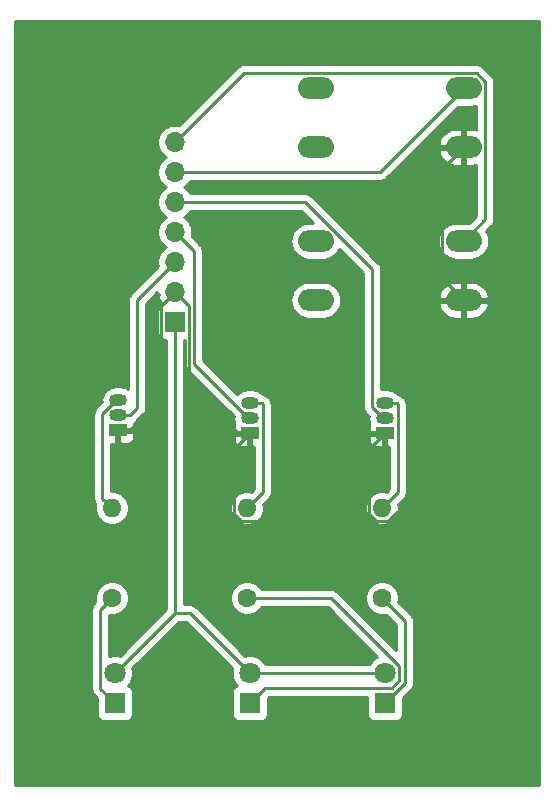
<source format=gbr>
%TF.GenerationSoftware,KiCad,Pcbnew,(5.1.10)-1*%
%TF.CreationDate,2021-10-31T23:54:57-05:00*%
%TF.ProjectId,File1,46696c65-312e-46b6-9963-61645f706362,rev?*%
%TF.SameCoordinates,Original*%
%TF.FileFunction,Copper,L1,Top*%
%TF.FilePolarity,Positive*%
%FSLAX46Y46*%
G04 Gerber Fmt 4.6, Leading zero omitted, Abs format (unit mm)*
G04 Created by KiCad (PCBNEW (5.1.10)-1) date 2021-10-31 23:54:57*
%MOMM*%
%LPD*%
G01*
G04 APERTURE LIST*
%TA.AperFunction,ComponentPad*%
%ADD10O,1.500000X1.050000*%
%TD*%
%TA.AperFunction,ComponentPad*%
%ADD11R,1.500000X1.050000*%
%TD*%
%TA.AperFunction,ComponentPad*%
%ADD12R,1.800000X1.800000*%
%TD*%
%TA.AperFunction,ComponentPad*%
%ADD13C,1.800000*%
%TD*%
%TA.AperFunction,ComponentPad*%
%ADD14O,1.700000X1.700000*%
%TD*%
%TA.AperFunction,ComponentPad*%
%ADD15R,1.700000X1.700000*%
%TD*%
%TA.AperFunction,ComponentPad*%
%ADD16C,1.600000*%
%TD*%
%TA.AperFunction,ComponentPad*%
%ADD17O,1.600000X1.600000*%
%TD*%
%TA.AperFunction,ComponentPad*%
%ADD18O,3.048000X1.850000*%
%TD*%
%TA.AperFunction,Conductor*%
%ADD19C,0.250000*%
%TD*%
%TA.AperFunction,Conductor*%
%ADD20C,0.254000*%
%TD*%
%TA.AperFunction,Conductor*%
%ADD21C,0.100000*%
%TD*%
G04 APERTURE END LIST*
D10*
%TO.P,Q1,2*%
%TO.N,/a1*%
X39878000Y-105156000D03*
%TO.P,Q1,3*%
%TO.N,Net-(Q1-Pad3)*%
X39878000Y-103886000D03*
D11*
%TO.P,Q1,1*%
%TO.N,GND*%
X39878000Y-106426000D03*
%TD*%
D12*
%TO.P,D1,1*%
%TO.N,Net-(D1-Pad1)*%
X39624000Y-129540000D03*
D13*
%TO.P,D1,2*%
%TO.N,VCC*%
X39624000Y-127000000D03*
%TD*%
%TO.P,D2,2*%
%TO.N,VCC*%
X51054000Y-127000000D03*
D12*
%TO.P,D2,1*%
%TO.N,Net-(D2-Pad1)*%
X51054000Y-129540000D03*
%TD*%
%TO.P,D3,1*%
%TO.N,Net-(D3-Pad1)*%
X62484000Y-129540000D03*
D13*
%TO.P,D3,2*%
%TO.N,VCC*%
X62484000Y-127000000D03*
%TD*%
D14*
%TO.P,J1,7*%
%TO.N,/S2*%
X44704000Y-82042000D03*
%TO.P,J1,6*%
%TO.N,/S1*%
X44704000Y-84582000D03*
%TO.P,J1,5*%
%TO.N,/a3*%
X44704000Y-87122000D03*
%TO.P,J1,4*%
%TO.N,/a2*%
X44704000Y-89662000D03*
%TO.P,J1,3*%
%TO.N,/a1*%
X44704000Y-92202000D03*
%TO.P,J1,2*%
%TO.N,GND*%
X44704000Y-94742000D03*
D15*
%TO.P,J1,1*%
%TO.N,VCC*%
X44704000Y-97282000D03*
%TD*%
D11*
%TO.P,Q2,1*%
%TO.N,GND*%
X51054000Y-106680000D03*
D10*
%TO.P,Q2,3*%
%TO.N,Net-(Q2-Pad3)*%
X51054000Y-104140000D03*
%TO.P,Q2,2*%
%TO.N,/a2*%
X51054000Y-105410000D03*
%TD*%
%TO.P,Q3,2*%
%TO.N,/a3*%
X62484000Y-105410000D03*
%TO.P,Q3,3*%
%TO.N,Net-(Q3-Pad3)*%
X62484000Y-104140000D03*
D11*
%TO.P,Q3,1*%
%TO.N,GND*%
X62484000Y-106680000D03*
%TD*%
D16*
%TO.P,R1,1*%
%TO.N,Net-(D1-Pad1)*%
X39370000Y-120650000D03*
D17*
%TO.P,R1,2*%
%TO.N,Net-(Q1-Pad3)*%
X39370000Y-113030000D03*
%TD*%
%TO.P,R2,2*%
%TO.N,Net-(Q2-Pad3)*%
X50800000Y-113030000D03*
D16*
%TO.P,R2,1*%
%TO.N,Net-(D2-Pad1)*%
X50800000Y-120650000D03*
%TD*%
%TO.P,R3,1*%
%TO.N,Net-(D3-Pad1)*%
X62230000Y-120650000D03*
D17*
%TO.P,R3,2*%
%TO.N,Net-(Q3-Pad3)*%
X62230000Y-113030000D03*
%TD*%
D18*
%TO.P,SW1,3*%
%TO.N,/S1*%
X69142000Y-77470000D03*
%TO.P,SW1,4*%
%TO.N,GND*%
X69142000Y-82470000D03*
%TO.P,SW1,1*%
%TO.N,Net-(SW1-Pad1)*%
X56642000Y-77470000D03*
%TO.P,SW1,2*%
%TO.N,Net-(SW1-Pad2)*%
X56642000Y-82470000D03*
%TD*%
%TO.P,SW2,2*%
%TO.N,Net-(SW2-Pad2)*%
X56642000Y-95424000D03*
%TO.P,SW2,1*%
%TO.N,Net-(SW2-Pad1)*%
X56642000Y-90424000D03*
%TO.P,SW2,4*%
%TO.N,GND*%
X69142000Y-95424000D03*
%TO.P,SW2,3*%
%TO.N,/S2*%
X69142000Y-90424000D03*
%TD*%
D19*
%TO.N,Net-(D1-Pad1)*%
X38398999Y-128314999D02*
X39624000Y-129540000D01*
X38398999Y-121621001D02*
X38398999Y-128314999D01*
X39370000Y-120650000D02*
X38398999Y-121621001D01*
%TO.N,VCC*%
X44704000Y-121920000D02*
X39624000Y-127000000D01*
X44704000Y-97282000D02*
X44704000Y-121920000D01*
X45974000Y-121920000D02*
X44704000Y-121920000D01*
X51054000Y-127000000D02*
X45974000Y-121920000D01*
X51054000Y-127000000D02*
X62484000Y-127000000D01*
%TO.N,Net-(D2-Pad1)*%
X57947002Y-120650000D02*
X50800000Y-120650000D01*
X63709001Y-127588001D02*
X63709001Y-126411999D01*
X52368999Y-128225001D02*
X63072001Y-128225001D01*
X63709001Y-126411999D02*
X57947002Y-120650000D01*
X63072001Y-128225001D02*
X63709001Y-127588001D01*
X51054000Y-129540000D02*
X52368999Y-128225001D01*
%TO.N,Net-(D3-Pad1)*%
X64159010Y-122579010D02*
X62230000Y-120650000D01*
X64159010Y-127864990D02*
X64159010Y-122579010D01*
X62484000Y-129540000D02*
X64159010Y-127864990D01*
%TO.N,GND*%
X43528999Y-95917001D02*
X44704000Y-94742000D01*
X43528999Y-103775001D02*
X43528999Y-95917001D01*
X40878000Y-106426000D02*
X43528999Y-103775001D01*
X39878000Y-106426000D02*
X40878000Y-106426000D01*
X50054000Y-106680000D02*
X51054000Y-106680000D01*
X45879001Y-95917001D02*
X45879001Y-102505001D01*
X45879001Y-102505001D02*
X50054000Y-106680000D01*
X44704000Y-94742000D02*
X45879001Y-95917001D01*
X50259999Y-114155001D02*
X55008999Y-114155001D01*
X49674999Y-113570001D02*
X50259999Y-114155001D01*
X49674999Y-108059001D02*
X49674999Y-113570001D01*
X55008999Y-114155001D02*
X62484000Y-106680000D01*
X51054000Y-106680000D02*
X49674999Y-108059001D01*
X67292990Y-93574990D02*
X69142000Y-95424000D01*
X67292990Y-84319010D02*
X67292990Y-93574990D01*
X69142000Y-82470000D02*
X67292990Y-84319010D01*
X61104999Y-108059001D02*
X62484000Y-106680000D01*
X61104999Y-113570001D02*
X61104999Y-108059001D01*
X61689999Y-114155001D02*
X61104999Y-113570001D01*
X69142000Y-107783002D02*
X62770001Y-114155001D01*
X62770001Y-114155001D02*
X61689999Y-114155001D01*
X69142000Y-95424000D02*
X69142000Y-107783002D01*
%TO.N,/a1*%
X41511590Y-95394410D02*
X44704000Y-92202000D01*
X41511590Y-104522410D02*
X41511590Y-95394410D01*
X40878000Y-105156000D02*
X41511590Y-104522410D01*
X39878000Y-105156000D02*
X40878000Y-105156000D01*
%TO.N,/a2*%
X46329011Y-91287011D02*
X44704000Y-89662000D01*
X46329011Y-100842106D02*
X46329011Y-91287011D01*
X50476915Y-104990010D02*
X46329011Y-100842106D01*
X50888010Y-104990010D02*
X50476915Y-104990010D01*
X51054000Y-105156000D02*
X50888010Y-104990010D01*
X51054000Y-105410000D02*
X51054000Y-105156000D01*
%TO.N,/a3*%
X61408990Y-104492085D02*
X62326905Y-105410000D01*
X62326905Y-105410000D02*
X62484000Y-105410000D01*
X61408990Y-92824209D02*
X61408990Y-104492085D01*
X55706781Y-87122000D02*
X61408990Y-92824209D01*
X44704000Y-87122000D02*
X55706781Y-87122000D01*
%TO.N,/S1*%
X62030000Y-84582000D02*
X69142000Y-77470000D01*
X44704000Y-84582000D02*
X62030000Y-84582000D01*
%TO.N,/S2*%
X70991010Y-76952229D02*
X70991010Y-88574990D01*
X70258771Y-76219990D02*
X70991010Y-76952229D01*
X70991010Y-88574990D02*
X69142000Y-90424000D01*
X50526010Y-76219990D02*
X70258771Y-76219990D01*
X44704000Y-82042000D02*
X50526010Y-76219990D01*
%TO.N,Net-(Q1-Pad3)*%
X39720905Y-103886000D02*
X39878000Y-103886000D01*
X38570001Y-112230001D02*
X38570001Y-105036904D01*
X38570001Y-105036904D02*
X39720905Y-103886000D01*
X39370000Y-113030000D02*
X38570001Y-112230001D01*
%TO.N,Net-(Q2-Pad3)*%
X52129010Y-111700990D02*
X50800000Y-113030000D01*
X52129010Y-104215010D02*
X52129010Y-111700990D01*
X52054000Y-104140000D02*
X52129010Y-104215010D01*
X51054000Y-104140000D02*
X52054000Y-104140000D01*
%TO.N,Net-(Q3-Pad3)*%
X63559001Y-111700999D02*
X62230000Y-113030000D01*
X63559001Y-104215001D02*
X63559001Y-111700999D01*
X63484000Y-104140000D02*
X63559001Y-104215001D01*
X62484000Y-104140000D02*
X63484000Y-104140000D01*
%TD*%
D20*
%TO.N,GND*%
X75540000Y-136500000D02*
X31140000Y-136500000D01*
X31140000Y-121621001D01*
X37635323Y-121621001D01*
X37638999Y-121658324D01*
X37639000Y-128277667D01*
X37635323Y-128314999D01*
X37649997Y-128463984D01*
X37693453Y-128607245D01*
X37764025Y-128739275D01*
X37804670Y-128788800D01*
X37858999Y-128855000D01*
X37887997Y-128878798D01*
X38085928Y-129076729D01*
X38085928Y-130440000D01*
X38098188Y-130564482D01*
X38134498Y-130684180D01*
X38193463Y-130794494D01*
X38272815Y-130891185D01*
X38369506Y-130970537D01*
X38479820Y-131029502D01*
X38599518Y-131065812D01*
X38724000Y-131078072D01*
X40524000Y-131078072D01*
X40648482Y-131065812D01*
X40768180Y-131029502D01*
X40878494Y-130970537D01*
X40975185Y-130891185D01*
X41054537Y-130794494D01*
X41113502Y-130684180D01*
X41149812Y-130564482D01*
X41162072Y-130440000D01*
X41162072Y-128640000D01*
X41149812Y-128515518D01*
X41113502Y-128395820D01*
X41054537Y-128285506D01*
X40975185Y-128188815D01*
X40878494Y-128109463D01*
X40768180Y-128050498D01*
X40749873Y-128044944D01*
X40816312Y-127978505D01*
X40984299Y-127727095D01*
X41100011Y-127447743D01*
X41159000Y-127151184D01*
X41159000Y-126848816D01*
X41107731Y-126591070D01*
X45018802Y-122680000D01*
X45659199Y-122680000D01*
X49570269Y-126591070D01*
X49519000Y-126848816D01*
X49519000Y-127151184D01*
X49577989Y-127447743D01*
X49693701Y-127727095D01*
X49861688Y-127978505D01*
X49928127Y-128044944D01*
X49909820Y-128050498D01*
X49799506Y-128109463D01*
X49702815Y-128188815D01*
X49623463Y-128285506D01*
X49564498Y-128395820D01*
X49528188Y-128515518D01*
X49515928Y-128640000D01*
X49515928Y-130440000D01*
X49528188Y-130564482D01*
X49564498Y-130684180D01*
X49623463Y-130794494D01*
X49702815Y-130891185D01*
X49799506Y-130970537D01*
X49909820Y-131029502D01*
X50029518Y-131065812D01*
X50154000Y-131078072D01*
X51954000Y-131078072D01*
X52078482Y-131065812D01*
X52198180Y-131029502D01*
X52308494Y-130970537D01*
X52405185Y-130891185D01*
X52484537Y-130794494D01*
X52543502Y-130684180D01*
X52579812Y-130564482D01*
X52592072Y-130440000D01*
X52592072Y-129076731D01*
X52683802Y-128985001D01*
X60945928Y-128985001D01*
X60945928Y-130440000D01*
X60958188Y-130564482D01*
X60994498Y-130684180D01*
X61053463Y-130794494D01*
X61132815Y-130891185D01*
X61229506Y-130970537D01*
X61339820Y-131029502D01*
X61459518Y-131065812D01*
X61584000Y-131078072D01*
X63384000Y-131078072D01*
X63508482Y-131065812D01*
X63628180Y-131029502D01*
X63738494Y-130970537D01*
X63835185Y-130891185D01*
X63914537Y-130794494D01*
X63973502Y-130684180D01*
X64009812Y-130564482D01*
X64022072Y-130440000D01*
X64022072Y-129076730D01*
X64670014Y-128428788D01*
X64699011Y-128404991D01*
X64793984Y-128289266D01*
X64864556Y-128157237D01*
X64908013Y-128013976D01*
X64919010Y-127902323D01*
X64919010Y-127902313D01*
X64922686Y-127864990D01*
X64919010Y-127827667D01*
X64919010Y-122616332D01*
X64922686Y-122579009D01*
X64919010Y-122541686D01*
X64919010Y-122541677D01*
X64908013Y-122430024D01*
X64864556Y-122286763D01*
X64824726Y-122212247D01*
X64793984Y-122154733D01*
X64722809Y-122068007D01*
X64699011Y-122039009D01*
X64670013Y-122015211D01*
X63628688Y-120973886D01*
X63665000Y-120791335D01*
X63665000Y-120508665D01*
X63609853Y-120231426D01*
X63501680Y-119970273D01*
X63344637Y-119735241D01*
X63144759Y-119535363D01*
X62909727Y-119378320D01*
X62648574Y-119270147D01*
X62371335Y-119215000D01*
X62088665Y-119215000D01*
X61811426Y-119270147D01*
X61550273Y-119378320D01*
X61315241Y-119535363D01*
X61115363Y-119735241D01*
X60958320Y-119970273D01*
X60850147Y-120231426D01*
X60795000Y-120508665D01*
X60795000Y-120791335D01*
X60850147Y-121068574D01*
X60958320Y-121329727D01*
X61115363Y-121564759D01*
X61315241Y-121764637D01*
X61550273Y-121921680D01*
X61811426Y-122029853D01*
X62088665Y-122085000D01*
X62371335Y-122085000D01*
X62553886Y-122048688D01*
X63399011Y-122893813D01*
X63399011Y-125027207D01*
X58510806Y-120139003D01*
X58487003Y-120109999D01*
X58371278Y-120015026D01*
X58239249Y-119944454D01*
X58095988Y-119900997D01*
X57984335Y-119890000D01*
X57984324Y-119890000D01*
X57947002Y-119886324D01*
X57909680Y-119890000D01*
X52018043Y-119890000D01*
X51914637Y-119735241D01*
X51714759Y-119535363D01*
X51479727Y-119378320D01*
X51218574Y-119270147D01*
X50941335Y-119215000D01*
X50658665Y-119215000D01*
X50381426Y-119270147D01*
X50120273Y-119378320D01*
X49885241Y-119535363D01*
X49685363Y-119735241D01*
X49528320Y-119970273D01*
X49420147Y-120231426D01*
X49365000Y-120508665D01*
X49365000Y-120791335D01*
X49420147Y-121068574D01*
X49528320Y-121329727D01*
X49685363Y-121564759D01*
X49885241Y-121764637D01*
X50120273Y-121921680D01*
X50381426Y-122029853D01*
X50658665Y-122085000D01*
X50941335Y-122085000D01*
X51218574Y-122029853D01*
X51479727Y-121921680D01*
X51714759Y-121764637D01*
X51914637Y-121564759D01*
X52018043Y-121410000D01*
X57632201Y-121410000D01*
X61831148Y-125608948D01*
X61756905Y-125639701D01*
X61505495Y-125807688D01*
X61291688Y-126021495D01*
X61145687Y-126240000D01*
X52392313Y-126240000D01*
X52246312Y-126021495D01*
X52032505Y-125807688D01*
X51781095Y-125639701D01*
X51501743Y-125523989D01*
X51205184Y-125465000D01*
X50902816Y-125465000D01*
X50645070Y-125516269D01*
X46537804Y-121409003D01*
X46514001Y-121379999D01*
X46398276Y-121285026D01*
X46266247Y-121214454D01*
X46122986Y-121170997D01*
X46011333Y-121160000D01*
X46011322Y-121160000D01*
X45974000Y-121156324D01*
X45936678Y-121160000D01*
X45464000Y-121160000D01*
X45464000Y-107205000D01*
X49665928Y-107205000D01*
X49678188Y-107329482D01*
X49714498Y-107449180D01*
X49773463Y-107559494D01*
X49852815Y-107656185D01*
X49949506Y-107735537D01*
X50059820Y-107794502D01*
X50179518Y-107830812D01*
X50304000Y-107843072D01*
X50768250Y-107840000D01*
X50927000Y-107681250D01*
X50927000Y-106807000D01*
X49827750Y-106807000D01*
X49669000Y-106965750D01*
X49665928Y-107205000D01*
X45464000Y-107205000D01*
X45464000Y-98770072D01*
X45554000Y-98770072D01*
X45569011Y-98768594D01*
X45569011Y-100804784D01*
X45565335Y-100842106D01*
X45569011Y-100879428D01*
X45569011Y-100879438D01*
X45580008Y-100991091D01*
X45623465Y-101134352D01*
X45694037Y-101266382D01*
X45733882Y-101314932D01*
X45789010Y-101382107D01*
X45818014Y-101405910D01*
X49677619Y-105265515D01*
X49663388Y-105410000D01*
X49685785Y-105637400D01*
X49749093Y-105846098D01*
X49714498Y-105910820D01*
X49678188Y-106030518D01*
X49665928Y-106155000D01*
X49669000Y-106394250D01*
X49827750Y-106553000D01*
X50600891Y-106553000D01*
X50601600Y-106553215D01*
X50772021Y-106570000D01*
X51201000Y-106570000D01*
X51201000Y-106807000D01*
X51181000Y-106807000D01*
X51181000Y-107681250D01*
X51339750Y-107840000D01*
X51369010Y-107840194D01*
X51369011Y-111386187D01*
X51123886Y-111631312D01*
X50941335Y-111595000D01*
X50658665Y-111595000D01*
X50381426Y-111650147D01*
X50120273Y-111758320D01*
X49885241Y-111915363D01*
X49685363Y-112115241D01*
X49528320Y-112350273D01*
X49420147Y-112611426D01*
X49365000Y-112888665D01*
X49365000Y-113171335D01*
X49420147Y-113448574D01*
X49528320Y-113709727D01*
X49685363Y-113944759D01*
X49885241Y-114144637D01*
X50120273Y-114301680D01*
X50381426Y-114409853D01*
X50658665Y-114465000D01*
X50941335Y-114465000D01*
X51218574Y-114409853D01*
X51479727Y-114301680D01*
X51714759Y-114144637D01*
X51914637Y-113944759D01*
X52071680Y-113709727D01*
X52179853Y-113448574D01*
X52235000Y-113171335D01*
X52235000Y-112888665D01*
X52198688Y-112706114D01*
X52640013Y-112264789D01*
X52669011Y-112240991D01*
X52695342Y-112208907D01*
X52763984Y-112125267D01*
X52834556Y-111993237D01*
X52858178Y-111915363D01*
X52878013Y-111849976D01*
X52889010Y-111738323D01*
X52889010Y-111738313D01*
X52892686Y-111700990D01*
X52889010Y-111663667D01*
X52889010Y-107205000D01*
X61095928Y-107205000D01*
X61108188Y-107329482D01*
X61144498Y-107449180D01*
X61203463Y-107559494D01*
X61282815Y-107656185D01*
X61379506Y-107735537D01*
X61489820Y-107794502D01*
X61609518Y-107830812D01*
X61734000Y-107843072D01*
X62198250Y-107840000D01*
X62357000Y-107681250D01*
X62357000Y-106807000D01*
X61257750Y-106807000D01*
X61099000Y-106965750D01*
X61095928Y-107205000D01*
X52889010Y-107205000D01*
X52889010Y-104252332D01*
X52892686Y-104215009D01*
X52889010Y-104177687D01*
X52889010Y-104177677D01*
X52878013Y-104066024D01*
X52834556Y-103922763D01*
X52763984Y-103790734D01*
X52669011Y-103675009D01*
X52640008Y-103651207D01*
X52617804Y-103629003D01*
X52594001Y-103599999D01*
X52478276Y-103505026D01*
X52346247Y-103434454D01*
X52202986Y-103390997D01*
X52161588Y-103386920D01*
X52103212Y-103315788D01*
X51926579Y-103170829D01*
X51725060Y-103063115D01*
X51506400Y-102996785D01*
X51335979Y-102980000D01*
X50772021Y-102980000D01*
X50601600Y-102996785D01*
X50382940Y-103063115D01*
X50181421Y-103170829D01*
X50004788Y-103315788D01*
X49947410Y-103385703D01*
X47089011Y-100527305D01*
X47089011Y-95424000D01*
X54475452Y-95424000D01*
X54505572Y-95729813D01*
X54594774Y-96023875D01*
X54739631Y-96294883D01*
X54934576Y-96532424D01*
X55172117Y-96727369D01*
X55443125Y-96872226D01*
X55737187Y-96961428D01*
X55966364Y-96984000D01*
X57317636Y-96984000D01*
X57546813Y-96961428D01*
X57840875Y-96872226D01*
X58111883Y-96727369D01*
X58349424Y-96532424D01*
X58544369Y-96294883D01*
X58689226Y-96023875D01*
X58778428Y-95729813D01*
X58808548Y-95424000D01*
X58778428Y-95118187D01*
X58689226Y-94824125D01*
X58544369Y-94553117D01*
X58349424Y-94315576D01*
X58111883Y-94120631D01*
X57840875Y-93975774D01*
X57546813Y-93886572D01*
X57317636Y-93864000D01*
X55966364Y-93864000D01*
X55737187Y-93886572D01*
X55443125Y-93975774D01*
X55172117Y-94120631D01*
X54934576Y-94315576D01*
X54739631Y-94553117D01*
X54594774Y-94824125D01*
X54505572Y-95118187D01*
X54475452Y-95424000D01*
X47089011Y-95424000D01*
X47089011Y-91324344D01*
X47092688Y-91287011D01*
X47078014Y-91138025D01*
X47034557Y-90994764D01*
X46963985Y-90862735D01*
X46892810Y-90776008D01*
X46869012Y-90747010D01*
X46840014Y-90723212D01*
X46145210Y-90028408D01*
X46189000Y-89808260D01*
X46189000Y-89515740D01*
X46131932Y-89228842D01*
X46019990Y-88958589D01*
X45857475Y-88715368D01*
X45650632Y-88508525D01*
X45476240Y-88392000D01*
X45650632Y-88275475D01*
X45857475Y-88068632D01*
X45982178Y-87882000D01*
X55391980Y-87882000D01*
X56373980Y-88864000D01*
X55966364Y-88864000D01*
X55737187Y-88886572D01*
X55443125Y-88975774D01*
X55172117Y-89120631D01*
X54934576Y-89315576D01*
X54739631Y-89553117D01*
X54594774Y-89824125D01*
X54505572Y-90118187D01*
X54475452Y-90424000D01*
X54505572Y-90729813D01*
X54594774Y-91023875D01*
X54739631Y-91294883D01*
X54934576Y-91532424D01*
X55172117Y-91727369D01*
X55443125Y-91872226D01*
X55737187Y-91961428D01*
X55966364Y-91984000D01*
X57317636Y-91984000D01*
X57546813Y-91961428D01*
X57840875Y-91872226D01*
X58111883Y-91727369D01*
X58349424Y-91532424D01*
X58544369Y-91294883D01*
X58635106Y-91125126D01*
X60648990Y-93139011D01*
X60648991Y-104454753D01*
X60645314Y-104492085D01*
X60648991Y-104529418D01*
X60659988Y-104641071D01*
X60669187Y-104671395D01*
X60703444Y-104784331D01*
X60774016Y-104916361D01*
X60845191Y-105003087D01*
X60868990Y-105032086D01*
X60897988Y-105055884D01*
X61107619Y-105265515D01*
X61093388Y-105410000D01*
X61115785Y-105637400D01*
X61179093Y-105846098D01*
X61144498Y-105910820D01*
X61108188Y-106030518D01*
X61095928Y-106155000D01*
X61099000Y-106394250D01*
X61257750Y-106553000D01*
X62030891Y-106553000D01*
X62031600Y-106553215D01*
X62202021Y-106570000D01*
X62631000Y-106570000D01*
X62631000Y-106807000D01*
X62611000Y-106807000D01*
X62611000Y-107681250D01*
X62769750Y-107840000D01*
X62799001Y-107840194D01*
X62799002Y-111386196D01*
X62553886Y-111631312D01*
X62371335Y-111595000D01*
X62088665Y-111595000D01*
X61811426Y-111650147D01*
X61550273Y-111758320D01*
X61315241Y-111915363D01*
X61115363Y-112115241D01*
X60958320Y-112350273D01*
X60850147Y-112611426D01*
X60795000Y-112888665D01*
X60795000Y-113171335D01*
X60850147Y-113448574D01*
X60958320Y-113709727D01*
X61115363Y-113944759D01*
X61315241Y-114144637D01*
X61550273Y-114301680D01*
X61811426Y-114409853D01*
X62088665Y-114465000D01*
X62371335Y-114465000D01*
X62648574Y-114409853D01*
X62909727Y-114301680D01*
X63144759Y-114144637D01*
X63344637Y-113944759D01*
X63501680Y-113709727D01*
X63609853Y-113448574D01*
X63665000Y-113171335D01*
X63665000Y-112888665D01*
X63628688Y-112706114D01*
X64070004Y-112264798D01*
X64099002Y-112241000D01*
X64193975Y-112125275D01*
X64264547Y-111993246D01*
X64308004Y-111849985D01*
X64319001Y-111738332D01*
X64319001Y-111738323D01*
X64322677Y-111701000D01*
X64319001Y-111663677D01*
X64319001Y-104252323D01*
X64322677Y-104215000D01*
X64319001Y-104177677D01*
X64319001Y-104177668D01*
X64308004Y-104066015D01*
X64264547Y-103922754D01*
X64193975Y-103790725D01*
X64099002Y-103675000D01*
X64070003Y-103651201D01*
X64047802Y-103629000D01*
X64024001Y-103599999D01*
X63908276Y-103505026D01*
X63776247Y-103434454D01*
X63632986Y-103390997D01*
X63591588Y-103386920D01*
X63533212Y-103315788D01*
X63356579Y-103170829D01*
X63155060Y-103063115D01*
X62936400Y-102996785D01*
X62765979Y-102980000D01*
X62202021Y-102980000D01*
X62168990Y-102983253D01*
X62168990Y-95792664D01*
X67027188Y-95792664D01*
X67053147Y-95903655D01*
X67175350Y-96185094D01*
X67350111Y-96437285D01*
X67570714Y-96650536D01*
X67828681Y-96816652D01*
X68114099Y-96929249D01*
X68416000Y-96984000D01*
X69015000Y-96984000D01*
X69015000Y-95551000D01*
X69269000Y-95551000D01*
X69269000Y-96984000D01*
X69868000Y-96984000D01*
X70169901Y-96929249D01*
X70455319Y-96816652D01*
X70713286Y-96650536D01*
X70933889Y-96437285D01*
X71108650Y-96185094D01*
X71230853Y-95903655D01*
X71256812Y-95792664D01*
X71136483Y-95551000D01*
X69269000Y-95551000D01*
X69015000Y-95551000D01*
X67147517Y-95551000D01*
X67027188Y-95792664D01*
X62168990Y-95792664D01*
X62168990Y-95055336D01*
X67027188Y-95055336D01*
X67147517Y-95297000D01*
X69015000Y-95297000D01*
X69015000Y-93864000D01*
X69269000Y-93864000D01*
X69269000Y-95297000D01*
X71136483Y-95297000D01*
X71256812Y-95055336D01*
X71230853Y-94944345D01*
X71108650Y-94662906D01*
X70933889Y-94410715D01*
X70713286Y-94197464D01*
X70455319Y-94031348D01*
X70169901Y-93918751D01*
X69868000Y-93864000D01*
X69269000Y-93864000D01*
X69015000Y-93864000D01*
X68416000Y-93864000D01*
X68114099Y-93918751D01*
X67828681Y-94031348D01*
X67570714Y-94197464D01*
X67350111Y-94410715D01*
X67175350Y-94662906D01*
X67053147Y-94944345D01*
X67027188Y-95055336D01*
X62168990Y-95055336D01*
X62168990Y-92861531D01*
X62172666Y-92824208D01*
X62168990Y-92786885D01*
X62168990Y-92786876D01*
X62157993Y-92675223D01*
X62114536Y-92531962D01*
X62043964Y-92399933D01*
X61948991Y-92284208D01*
X61919994Y-92260411D01*
X56270585Y-86611003D01*
X56246782Y-86581999D01*
X56131057Y-86487026D01*
X55999028Y-86416454D01*
X55855767Y-86372997D01*
X55744114Y-86362000D01*
X55744103Y-86362000D01*
X55706781Y-86358324D01*
X55669459Y-86362000D01*
X45982178Y-86362000D01*
X45857475Y-86175368D01*
X45650632Y-85968525D01*
X45476240Y-85852000D01*
X45650632Y-85735475D01*
X45857475Y-85528632D01*
X45982178Y-85342000D01*
X61992678Y-85342000D01*
X62030000Y-85345676D01*
X62067322Y-85342000D01*
X62067333Y-85342000D01*
X62178986Y-85331003D01*
X62322247Y-85287546D01*
X62454276Y-85216974D01*
X62570001Y-85122001D01*
X62593804Y-85092997D01*
X64848137Y-82838664D01*
X67027188Y-82838664D01*
X67053147Y-82949655D01*
X67175350Y-83231094D01*
X67350111Y-83483285D01*
X67570714Y-83696536D01*
X67828681Y-83862652D01*
X68114099Y-83975249D01*
X68416000Y-84030000D01*
X69015000Y-84030000D01*
X69015000Y-82597000D01*
X67147517Y-82597000D01*
X67027188Y-82838664D01*
X64848137Y-82838664D01*
X65585465Y-82101336D01*
X67027188Y-82101336D01*
X67147517Y-82343000D01*
X69015000Y-82343000D01*
X69015000Y-80910000D01*
X68416000Y-80910000D01*
X68114099Y-80964751D01*
X67828681Y-81077348D01*
X67570714Y-81243464D01*
X67350111Y-81456715D01*
X67175350Y-81708906D01*
X67053147Y-81990345D01*
X67027188Y-82101336D01*
X65585465Y-82101336D01*
X68656802Y-79030000D01*
X69817636Y-79030000D01*
X70046813Y-79007428D01*
X70231010Y-78951553D01*
X70231010Y-80988859D01*
X70169901Y-80964751D01*
X69868000Y-80910000D01*
X69269000Y-80910000D01*
X69269000Y-82343000D01*
X69289000Y-82343000D01*
X69289000Y-82597000D01*
X69269000Y-82597000D01*
X69269000Y-84030000D01*
X69868000Y-84030000D01*
X70169901Y-83975249D01*
X70231011Y-83951141D01*
X70231011Y-88260187D01*
X69627198Y-88864000D01*
X68466364Y-88864000D01*
X68237187Y-88886572D01*
X67943125Y-88975774D01*
X67672117Y-89120631D01*
X67434576Y-89315576D01*
X67239631Y-89553117D01*
X67094774Y-89824125D01*
X67005572Y-90118187D01*
X66975452Y-90424000D01*
X67005572Y-90729813D01*
X67094774Y-91023875D01*
X67239631Y-91294883D01*
X67434576Y-91532424D01*
X67672117Y-91727369D01*
X67943125Y-91872226D01*
X68237187Y-91961428D01*
X68466364Y-91984000D01*
X69817636Y-91984000D01*
X70046813Y-91961428D01*
X70340875Y-91872226D01*
X70611883Y-91727369D01*
X70849424Y-91532424D01*
X71044369Y-91294883D01*
X71189226Y-91023875D01*
X71278428Y-90729813D01*
X71308548Y-90424000D01*
X71278428Y-90118187D01*
X71189226Y-89824125D01*
X71059457Y-89581345D01*
X71502013Y-89138789D01*
X71531011Y-89114991D01*
X71557342Y-89082907D01*
X71625984Y-88999267D01*
X71696556Y-88867237D01*
X71697538Y-88864000D01*
X71740013Y-88723976D01*
X71751010Y-88612323D01*
X71751010Y-88612313D01*
X71754686Y-88574991D01*
X71751010Y-88537668D01*
X71751010Y-76989551D01*
X71754686Y-76952228D01*
X71751010Y-76914905D01*
X71751010Y-76914896D01*
X71740013Y-76803243D01*
X71696556Y-76659982D01*
X71625984Y-76527953D01*
X71531011Y-76412228D01*
X71502014Y-76388431D01*
X70822574Y-75708992D01*
X70798772Y-75679989D01*
X70683047Y-75585016D01*
X70551018Y-75514444D01*
X70407757Y-75470987D01*
X70296104Y-75459990D01*
X70296093Y-75459990D01*
X70258771Y-75456314D01*
X70221449Y-75459990D01*
X50563343Y-75459990D01*
X50526010Y-75456313D01*
X50488677Y-75459990D01*
X50377024Y-75470987D01*
X50233763Y-75514444D01*
X50101734Y-75585016D01*
X49986009Y-75679989D01*
X49962211Y-75708987D01*
X45070408Y-80600791D01*
X44850260Y-80557000D01*
X44557740Y-80557000D01*
X44270842Y-80614068D01*
X44000589Y-80726010D01*
X43757368Y-80888525D01*
X43550525Y-81095368D01*
X43388010Y-81338589D01*
X43276068Y-81608842D01*
X43219000Y-81895740D01*
X43219000Y-82188260D01*
X43276068Y-82475158D01*
X43388010Y-82745411D01*
X43550525Y-82988632D01*
X43757368Y-83195475D01*
X43931760Y-83312000D01*
X43757368Y-83428525D01*
X43550525Y-83635368D01*
X43388010Y-83878589D01*
X43276068Y-84148842D01*
X43219000Y-84435740D01*
X43219000Y-84728260D01*
X43276068Y-85015158D01*
X43388010Y-85285411D01*
X43550525Y-85528632D01*
X43757368Y-85735475D01*
X43931760Y-85852000D01*
X43757368Y-85968525D01*
X43550525Y-86175368D01*
X43388010Y-86418589D01*
X43276068Y-86688842D01*
X43219000Y-86975740D01*
X43219000Y-87268260D01*
X43276068Y-87555158D01*
X43388010Y-87825411D01*
X43550525Y-88068632D01*
X43757368Y-88275475D01*
X43931760Y-88392000D01*
X43757368Y-88508525D01*
X43550525Y-88715368D01*
X43388010Y-88958589D01*
X43276068Y-89228842D01*
X43219000Y-89515740D01*
X43219000Y-89808260D01*
X43276068Y-90095158D01*
X43388010Y-90365411D01*
X43550525Y-90608632D01*
X43757368Y-90815475D01*
X43931760Y-90932000D01*
X43757368Y-91048525D01*
X43550525Y-91255368D01*
X43388010Y-91498589D01*
X43276068Y-91768842D01*
X43219000Y-92055740D01*
X43219000Y-92348260D01*
X43262790Y-92568408D01*
X41000588Y-94830611D01*
X40971590Y-94854409D01*
X40947792Y-94883407D01*
X40947791Y-94883408D01*
X40876616Y-94970134D01*
X40806044Y-95102164D01*
X40762588Y-95245425D01*
X40747914Y-95394410D01*
X40751591Y-95431742D01*
X40751590Y-102917659D01*
X40750579Y-102916829D01*
X40549060Y-102809115D01*
X40330400Y-102742785D01*
X40159979Y-102726000D01*
X39596021Y-102726000D01*
X39425600Y-102742785D01*
X39206940Y-102809115D01*
X39005421Y-102916829D01*
X38828788Y-103061788D01*
X38683829Y-103238421D01*
X38576115Y-103439940D01*
X38509785Y-103658600D01*
X38487388Y-103886000D01*
X38501619Y-104030485D01*
X38058999Y-104473105D01*
X38030001Y-104496903D01*
X38006203Y-104525901D01*
X38006202Y-104525902D01*
X37935027Y-104612628D01*
X37864455Y-104744658D01*
X37820999Y-104887919D01*
X37806325Y-105036904D01*
X37810002Y-105074236D01*
X37810001Y-112192678D01*
X37806325Y-112230001D01*
X37810001Y-112267323D01*
X37810001Y-112267333D01*
X37820998Y-112378986D01*
X37863469Y-112518996D01*
X37864455Y-112522247D01*
X37935027Y-112654277D01*
X37972533Y-112699977D01*
X37935000Y-112888665D01*
X37935000Y-113171335D01*
X37990147Y-113448574D01*
X38098320Y-113709727D01*
X38255363Y-113944759D01*
X38455241Y-114144637D01*
X38690273Y-114301680D01*
X38951426Y-114409853D01*
X39228665Y-114465000D01*
X39511335Y-114465000D01*
X39788574Y-114409853D01*
X40049727Y-114301680D01*
X40284759Y-114144637D01*
X40484637Y-113944759D01*
X40641680Y-113709727D01*
X40749853Y-113448574D01*
X40805000Y-113171335D01*
X40805000Y-112888665D01*
X40749853Y-112611426D01*
X40641680Y-112350273D01*
X40484637Y-112115241D01*
X40284759Y-111915363D01*
X40049727Y-111758320D01*
X39788574Y-111650147D01*
X39511335Y-111595000D01*
X39330001Y-111595000D01*
X39330001Y-107587735D01*
X39592250Y-107586000D01*
X39751000Y-107427250D01*
X39751000Y-106553000D01*
X40005000Y-106553000D01*
X40005000Y-107427250D01*
X40163750Y-107586000D01*
X40628000Y-107589072D01*
X40752482Y-107576812D01*
X40872180Y-107540502D01*
X40982494Y-107481537D01*
X41079185Y-107402185D01*
X41158537Y-107305494D01*
X41217502Y-107195180D01*
X41253812Y-107075482D01*
X41266072Y-106951000D01*
X41263000Y-106711750D01*
X41104250Y-106553000D01*
X40005000Y-106553000D01*
X39751000Y-106553000D01*
X39731000Y-106553000D01*
X39731000Y-106316000D01*
X40159979Y-106316000D01*
X40330400Y-106299215D01*
X40331109Y-106299000D01*
X41104250Y-106299000D01*
X41263000Y-106140250D01*
X41266072Y-105901000D01*
X41257588Y-105814860D01*
X41302276Y-105790974D01*
X41418001Y-105696001D01*
X41441803Y-105666998D01*
X42022594Y-105086208D01*
X42051591Y-105062411D01*
X42146564Y-104946686D01*
X42217136Y-104814657D01*
X42260593Y-104671396D01*
X42271590Y-104559743D01*
X42271590Y-104559742D01*
X42275267Y-104522410D01*
X42271590Y-104485077D01*
X42271590Y-95709211D01*
X43219000Y-94761801D01*
X43219000Y-94869002D01*
X43383844Y-94869002D01*
X43262524Y-95098890D01*
X43307175Y-95246099D01*
X43432359Y-95508920D01*
X43606412Y-95742269D01*
X43690466Y-95818034D01*
X43609820Y-95842498D01*
X43499506Y-95901463D01*
X43402815Y-95980815D01*
X43323463Y-96077506D01*
X43264498Y-96187820D01*
X43228188Y-96307518D01*
X43215928Y-96432000D01*
X43215928Y-98132000D01*
X43228188Y-98256482D01*
X43264498Y-98376180D01*
X43323463Y-98486494D01*
X43402815Y-98583185D01*
X43499506Y-98662537D01*
X43609820Y-98721502D01*
X43729518Y-98757812D01*
X43854000Y-98770072D01*
X43944000Y-98770072D01*
X43944001Y-121605197D01*
X40032930Y-125516269D01*
X39775184Y-125465000D01*
X39472816Y-125465000D01*
X39176257Y-125523989D01*
X39158999Y-125531138D01*
X39158999Y-122071142D01*
X39228665Y-122085000D01*
X39511335Y-122085000D01*
X39788574Y-122029853D01*
X40049727Y-121921680D01*
X40284759Y-121764637D01*
X40484637Y-121564759D01*
X40641680Y-121329727D01*
X40749853Y-121068574D01*
X40805000Y-120791335D01*
X40805000Y-120508665D01*
X40749853Y-120231426D01*
X40641680Y-119970273D01*
X40484637Y-119735241D01*
X40284759Y-119535363D01*
X40049727Y-119378320D01*
X39788574Y-119270147D01*
X39511335Y-119215000D01*
X39228665Y-119215000D01*
X38951426Y-119270147D01*
X38690273Y-119378320D01*
X38455241Y-119535363D01*
X38255363Y-119735241D01*
X38098320Y-119970273D01*
X37990147Y-120231426D01*
X37935000Y-120508665D01*
X37935000Y-120791335D01*
X37971312Y-120973887D01*
X37888001Y-121057197D01*
X37858998Y-121081000D01*
X37803870Y-121148175D01*
X37764025Y-121196725D01*
X37754549Y-121214454D01*
X37693453Y-121328755D01*
X37649996Y-121472016D01*
X37638999Y-121583669D01*
X37638999Y-121583679D01*
X37635323Y-121621001D01*
X31140000Y-121621001D01*
X31140000Y-71780000D01*
X75540001Y-71780000D01*
X75540000Y-136500000D01*
%TA.AperFunction,Conductor*%
D21*
G36*
X75540000Y-136500000D02*
G01*
X31140000Y-136500000D01*
X31140000Y-121621001D01*
X37635323Y-121621001D01*
X37638999Y-121658324D01*
X37639000Y-128277667D01*
X37635323Y-128314999D01*
X37649997Y-128463984D01*
X37693453Y-128607245D01*
X37764025Y-128739275D01*
X37804670Y-128788800D01*
X37858999Y-128855000D01*
X37887997Y-128878798D01*
X38085928Y-129076729D01*
X38085928Y-130440000D01*
X38098188Y-130564482D01*
X38134498Y-130684180D01*
X38193463Y-130794494D01*
X38272815Y-130891185D01*
X38369506Y-130970537D01*
X38479820Y-131029502D01*
X38599518Y-131065812D01*
X38724000Y-131078072D01*
X40524000Y-131078072D01*
X40648482Y-131065812D01*
X40768180Y-131029502D01*
X40878494Y-130970537D01*
X40975185Y-130891185D01*
X41054537Y-130794494D01*
X41113502Y-130684180D01*
X41149812Y-130564482D01*
X41162072Y-130440000D01*
X41162072Y-128640000D01*
X41149812Y-128515518D01*
X41113502Y-128395820D01*
X41054537Y-128285506D01*
X40975185Y-128188815D01*
X40878494Y-128109463D01*
X40768180Y-128050498D01*
X40749873Y-128044944D01*
X40816312Y-127978505D01*
X40984299Y-127727095D01*
X41100011Y-127447743D01*
X41159000Y-127151184D01*
X41159000Y-126848816D01*
X41107731Y-126591070D01*
X45018802Y-122680000D01*
X45659199Y-122680000D01*
X49570269Y-126591070D01*
X49519000Y-126848816D01*
X49519000Y-127151184D01*
X49577989Y-127447743D01*
X49693701Y-127727095D01*
X49861688Y-127978505D01*
X49928127Y-128044944D01*
X49909820Y-128050498D01*
X49799506Y-128109463D01*
X49702815Y-128188815D01*
X49623463Y-128285506D01*
X49564498Y-128395820D01*
X49528188Y-128515518D01*
X49515928Y-128640000D01*
X49515928Y-130440000D01*
X49528188Y-130564482D01*
X49564498Y-130684180D01*
X49623463Y-130794494D01*
X49702815Y-130891185D01*
X49799506Y-130970537D01*
X49909820Y-131029502D01*
X50029518Y-131065812D01*
X50154000Y-131078072D01*
X51954000Y-131078072D01*
X52078482Y-131065812D01*
X52198180Y-131029502D01*
X52308494Y-130970537D01*
X52405185Y-130891185D01*
X52484537Y-130794494D01*
X52543502Y-130684180D01*
X52579812Y-130564482D01*
X52592072Y-130440000D01*
X52592072Y-129076731D01*
X52683802Y-128985001D01*
X60945928Y-128985001D01*
X60945928Y-130440000D01*
X60958188Y-130564482D01*
X60994498Y-130684180D01*
X61053463Y-130794494D01*
X61132815Y-130891185D01*
X61229506Y-130970537D01*
X61339820Y-131029502D01*
X61459518Y-131065812D01*
X61584000Y-131078072D01*
X63384000Y-131078072D01*
X63508482Y-131065812D01*
X63628180Y-131029502D01*
X63738494Y-130970537D01*
X63835185Y-130891185D01*
X63914537Y-130794494D01*
X63973502Y-130684180D01*
X64009812Y-130564482D01*
X64022072Y-130440000D01*
X64022072Y-129076730D01*
X64670014Y-128428788D01*
X64699011Y-128404991D01*
X64793984Y-128289266D01*
X64864556Y-128157237D01*
X64908013Y-128013976D01*
X64919010Y-127902323D01*
X64919010Y-127902313D01*
X64922686Y-127864990D01*
X64919010Y-127827667D01*
X64919010Y-122616332D01*
X64922686Y-122579009D01*
X64919010Y-122541686D01*
X64919010Y-122541677D01*
X64908013Y-122430024D01*
X64864556Y-122286763D01*
X64824726Y-122212247D01*
X64793984Y-122154733D01*
X64722809Y-122068007D01*
X64699011Y-122039009D01*
X64670013Y-122015211D01*
X63628688Y-120973886D01*
X63665000Y-120791335D01*
X63665000Y-120508665D01*
X63609853Y-120231426D01*
X63501680Y-119970273D01*
X63344637Y-119735241D01*
X63144759Y-119535363D01*
X62909727Y-119378320D01*
X62648574Y-119270147D01*
X62371335Y-119215000D01*
X62088665Y-119215000D01*
X61811426Y-119270147D01*
X61550273Y-119378320D01*
X61315241Y-119535363D01*
X61115363Y-119735241D01*
X60958320Y-119970273D01*
X60850147Y-120231426D01*
X60795000Y-120508665D01*
X60795000Y-120791335D01*
X60850147Y-121068574D01*
X60958320Y-121329727D01*
X61115363Y-121564759D01*
X61315241Y-121764637D01*
X61550273Y-121921680D01*
X61811426Y-122029853D01*
X62088665Y-122085000D01*
X62371335Y-122085000D01*
X62553886Y-122048688D01*
X63399011Y-122893813D01*
X63399011Y-125027207D01*
X58510806Y-120139003D01*
X58487003Y-120109999D01*
X58371278Y-120015026D01*
X58239249Y-119944454D01*
X58095988Y-119900997D01*
X57984335Y-119890000D01*
X57984324Y-119890000D01*
X57947002Y-119886324D01*
X57909680Y-119890000D01*
X52018043Y-119890000D01*
X51914637Y-119735241D01*
X51714759Y-119535363D01*
X51479727Y-119378320D01*
X51218574Y-119270147D01*
X50941335Y-119215000D01*
X50658665Y-119215000D01*
X50381426Y-119270147D01*
X50120273Y-119378320D01*
X49885241Y-119535363D01*
X49685363Y-119735241D01*
X49528320Y-119970273D01*
X49420147Y-120231426D01*
X49365000Y-120508665D01*
X49365000Y-120791335D01*
X49420147Y-121068574D01*
X49528320Y-121329727D01*
X49685363Y-121564759D01*
X49885241Y-121764637D01*
X50120273Y-121921680D01*
X50381426Y-122029853D01*
X50658665Y-122085000D01*
X50941335Y-122085000D01*
X51218574Y-122029853D01*
X51479727Y-121921680D01*
X51714759Y-121764637D01*
X51914637Y-121564759D01*
X52018043Y-121410000D01*
X57632201Y-121410000D01*
X61831148Y-125608948D01*
X61756905Y-125639701D01*
X61505495Y-125807688D01*
X61291688Y-126021495D01*
X61145687Y-126240000D01*
X52392313Y-126240000D01*
X52246312Y-126021495D01*
X52032505Y-125807688D01*
X51781095Y-125639701D01*
X51501743Y-125523989D01*
X51205184Y-125465000D01*
X50902816Y-125465000D01*
X50645070Y-125516269D01*
X46537804Y-121409003D01*
X46514001Y-121379999D01*
X46398276Y-121285026D01*
X46266247Y-121214454D01*
X46122986Y-121170997D01*
X46011333Y-121160000D01*
X46011322Y-121160000D01*
X45974000Y-121156324D01*
X45936678Y-121160000D01*
X45464000Y-121160000D01*
X45464000Y-107205000D01*
X49665928Y-107205000D01*
X49678188Y-107329482D01*
X49714498Y-107449180D01*
X49773463Y-107559494D01*
X49852815Y-107656185D01*
X49949506Y-107735537D01*
X50059820Y-107794502D01*
X50179518Y-107830812D01*
X50304000Y-107843072D01*
X50768250Y-107840000D01*
X50927000Y-107681250D01*
X50927000Y-106807000D01*
X49827750Y-106807000D01*
X49669000Y-106965750D01*
X49665928Y-107205000D01*
X45464000Y-107205000D01*
X45464000Y-98770072D01*
X45554000Y-98770072D01*
X45569011Y-98768594D01*
X45569011Y-100804784D01*
X45565335Y-100842106D01*
X45569011Y-100879428D01*
X45569011Y-100879438D01*
X45580008Y-100991091D01*
X45623465Y-101134352D01*
X45694037Y-101266382D01*
X45733882Y-101314932D01*
X45789010Y-101382107D01*
X45818014Y-101405910D01*
X49677619Y-105265515D01*
X49663388Y-105410000D01*
X49685785Y-105637400D01*
X49749093Y-105846098D01*
X49714498Y-105910820D01*
X49678188Y-106030518D01*
X49665928Y-106155000D01*
X49669000Y-106394250D01*
X49827750Y-106553000D01*
X50600891Y-106553000D01*
X50601600Y-106553215D01*
X50772021Y-106570000D01*
X51201000Y-106570000D01*
X51201000Y-106807000D01*
X51181000Y-106807000D01*
X51181000Y-107681250D01*
X51339750Y-107840000D01*
X51369010Y-107840194D01*
X51369011Y-111386187D01*
X51123886Y-111631312D01*
X50941335Y-111595000D01*
X50658665Y-111595000D01*
X50381426Y-111650147D01*
X50120273Y-111758320D01*
X49885241Y-111915363D01*
X49685363Y-112115241D01*
X49528320Y-112350273D01*
X49420147Y-112611426D01*
X49365000Y-112888665D01*
X49365000Y-113171335D01*
X49420147Y-113448574D01*
X49528320Y-113709727D01*
X49685363Y-113944759D01*
X49885241Y-114144637D01*
X50120273Y-114301680D01*
X50381426Y-114409853D01*
X50658665Y-114465000D01*
X50941335Y-114465000D01*
X51218574Y-114409853D01*
X51479727Y-114301680D01*
X51714759Y-114144637D01*
X51914637Y-113944759D01*
X52071680Y-113709727D01*
X52179853Y-113448574D01*
X52235000Y-113171335D01*
X52235000Y-112888665D01*
X52198688Y-112706114D01*
X52640013Y-112264789D01*
X52669011Y-112240991D01*
X52695342Y-112208907D01*
X52763984Y-112125267D01*
X52834556Y-111993237D01*
X52858178Y-111915363D01*
X52878013Y-111849976D01*
X52889010Y-111738323D01*
X52889010Y-111738313D01*
X52892686Y-111700990D01*
X52889010Y-111663667D01*
X52889010Y-107205000D01*
X61095928Y-107205000D01*
X61108188Y-107329482D01*
X61144498Y-107449180D01*
X61203463Y-107559494D01*
X61282815Y-107656185D01*
X61379506Y-107735537D01*
X61489820Y-107794502D01*
X61609518Y-107830812D01*
X61734000Y-107843072D01*
X62198250Y-107840000D01*
X62357000Y-107681250D01*
X62357000Y-106807000D01*
X61257750Y-106807000D01*
X61099000Y-106965750D01*
X61095928Y-107205000D01*
X52889010Y-107205000D01*
X52889010Y-104252332D01*
X52892686Y-104215009D01*
X52889010Y-104177687D01*
X52889010Y-104177677D01*
X52878013Y-104066024D01*
X52834556Y-103922763D01*
X52763984Y-103790734D01*
X52669011Y-103675009D01*
X52640008Y-103651207D01*
X52617804Y-103629003D01*
X52594001Y-103599999D01*
X52478276Y-103505026D01*
X52346247Y-103434454D01*
X52202986Y-103390997D01*
X52161588Y-103386920D01*
X52103212Y-103315788D01*
X51926579Y-103170829D01*
X51725060Y-103063115D01*
X51506400Y-102996785D01*
X51335979Y-102980000D01*
X50772021Y-102980000D01*
X50601600Y-102996785D01*
X50382940Y-103063115D01*
X50181421Y-103170829D01*
X50004788Y-103315788D01*
X49947410Y-103385703D01*
X47089011Y-100527305D01*
X47089011Y-95424000D01*
X54475452Y-95424000D01*
X54505572Y-95729813D01*
X54594774Y-96023875D01*
X54739631Y-96294883D01*
X54934576Y-96532424D01*
X55172117Y-96727369D01*
X55443125Y-96872226D01*
X55737187Y-96961428D01*
X55966364Y-96984000D01*
X57317636Y-96984000D01*
X57546813Y-96961428D01*
X57840875Y-96872226D01*
X58111883Y-96727369D01*
X58349424Y-96532424D01*
X58544369Y-96294883D01*
X58689226Y-96023875D01*
X58778428Y-95729813D01*
X58808548Y-95424000D01*
X58778428Y-95118187D01*
X58689226Y-94824125D01*
X58544369Y-94553117D01*
X58349424Y-94315576D01*
X58111883Y-94120631D01*
X57840875Y-93975774D01*
X57546813Y-93886572D01*
X57317636Y-93864000D01*
X55966364Y-93864000D01*
X55737187Y-93886572D01*
X55443125Y-93975774D01*
X55172117Y-94120631D01*
X54934576Y-94315576D01*
X54739631Y-94553117D01*
X54594774Y-94824125D01*
X54505572Y-95118187D01*
X54475452Y-95424000D01*
X47089011Y-95424000D01*
X47089011Y-91324344D01*
X47092688Y-91287011D01*
X47078014Y-91138025D01*
X47034557Y-90994764D01*
X46963985Y-90862735D01*
X46892810Y-90776008D01*
X46869012Y-90747010D01*
X46840014Y-90723212D01*
X46145210Y-90028408D01*
X46189000Y-89808260D01*
X46189000Y-89515740D01*
X46131932Y-89228842D01*
X46019990Y-88958589D01*
X45857475Y-88715368D01*
X45650632Y-88508525D01*
X45476240Y-88392000D01*
X45650632Y-88275475D01*
X45857475Y-88068632D01*
X45982178Y-87882000D01*
X55391980Y-87882000D01*
X56373980Y-88864000D01*
X55966364Y-88864000D01*
X55737187Y-88886572D01*
X55443125Y-88975774D01*
X55172117Y-89120631D01*
X54934576Y-89315576D01*
X54739631Y-89553117D01*
X54594774Y-89824125D01*
X54505572Y-90118187D01*
X54475452Y-90424000D01*
X54505572Y-90729813D01*
X54594774Y-91023875D01*
X54739631Y-91294883D01*
X54934576Y-91532424D01*
X55172117Y-91727369D01*
X55443125Y-91872226D01*
X55737187Y-91961428D01*
X55966364Y-91984000D01*
X57317636Y-91984000D01*
X57546813Y-91961428D01*
X57840875Y-91872226D01*
X58111883Y-91727369D01*
X58349424Y-91532424D01*
X58544369Y-91294883D01*
X58635106Y-91125126D01*
X60648990Y-93139011D01*
X60648991Y-104454753D01*
X60645314Y-104492085D01*
X60648991Y-104529418D01*
X60659988Y-104641071D01*
X60669187Y-104671395D01*
X60703444Y-104784331D01*
X60774016Y-104916361D01*
X60845191Y-105003087D01*
X60868990Y-105032086D01*
X60897988Y-105055884D01*
X61107619Y-105265515D01*
X61093388Y-105410000D01*
X61115785Y-105637400D01*
X61179093Y-105846098D01*
X61144498Y-105910820D01*
X61108188Y-106030518D01*
X61095928Y-106155000D01*
X61099000Y-106394250D01*
X61257750Y-106553000D01*
X62030891Y-106553000D01*
X62031600Y-106553215D01*
X62202021Y-106570000D01*
X62631000Y-106570000D01*
X62631000Y-106807000D01*
X62611000Y-106807000D01*
X62611000Y-107681250D01*
X62769750Y-107840000D01*
X62799001Y-107840194D01*
X62799002Y-111386196D01*
X62553886Y-111631312D01*
X62371335Y-111595000D01*
X62088665Y-111595000D01*
X61811426Y-111650147D01*
X61550273Y-111758320D01*
X61315241Y-111915363D01*
X61115363Y-112115241D01*
X60958320Y-112350273D01*
X60850147Y-112611426D01*
X60795000Y-112888665D01*
X60795000Y-113171335D01*
X60850147Y-113448574D01*
X60958320Y-113709727D01*
X61115363Y-113944759D01*
X61315241Y-114144637D01*
X61550273Y-114301680D01*
X61811426Y-114409853D01*
X62088665Y-114465000D01*
X62371335Y-114465000D01*
X62648574Y-114409853D01*
X62909727Y-114301680D01*
X63144759Y-114144637D01*
X63344637Y-113944759D01*
X63501680Y-113709727D01*
X63609853Y-113448574D01*
X63665000Y-113171335D01*
X63665000Y-112888665D01*
X63628688Y-112706114D01*
X64070004Y-112264798D01*
X64099002Y-112241000D01*
X64193975Y-112125275D01*
X64264547Y-111993246D01*
X64308004Y-111849985D01*
X64319001Y-111738332D01*
X64319001Y-111738323D01*
X64322677Y-111701000D01*
X64319001Y-111663677D01*
X64319001Y-104252323D01*
X64322677Y-104215000D01*
X64319001Y-104177677D01*
X64319001Y-104177668D01*
X64308004Y-104066015D01*
X64264547Y-103922754D01*
X64193975Y-103790725D01*
X64099002Y-103675000D01*
X64070003Y-103651201D01*
X64047802Y-103629000D01*
X64024001Y-103599999D01*
X63908276Y-103505026D01*
X63776247Y-103434454D01*
X63632986Y-103390997D01*
X63591588Y-103386920D01*
X63533212Y-103315788D01*
X63356579Y-103170829D01*
X63155060Y-103063115D01*
X62936400Y-102996785D01*
X62765979Y-102980000D01*
X62202021Y-102980000D01*
X62168990Y-102983253D01*
X62168990Y-95792664D01*
X67027188Y-95792664D01*
X67053147Y-95903655D01*
X67175350Y-96185094D01*
X67350111Y-96437285D01*
X67570714Y-96650536D01*
X67828681Y-96816652D01*
X68114099Y-96929249D01*
X68416000Y-96984000D01*
X69015000Y-96984000D01*
X69015000Y-95551000D01*
X69269000Y-95551000D01*
X69269000Y-96984000D01*
X69868000Y-96984000D01*
X70169901Y-96929249D01*
X70455319Y-96816652D01*
X70713286Y-96650536D01*
X70933889Y-96437285D01*
X71108650Y-96185094D01*
X71230853Y-95903655D01*
X71256812Y-95792664D01*
X71136483Y-95551000D01*
X69269000Y-95551000D01*
X69015000Y-95551000D01*
X67147517Y-95551000D01*
X67027188Y-95792664D01*
X62168990Y-95792664D01*
X62168990Y-95055336D01*
X67027188Y-95055336D01*
X67147517Y-95297000D01*
X69015000Y-95297000D01*
X69015000Y-93864000D01*
X69269000Y-93864000D01*
X69269000Y-95297000D01*
X71136483Y-95297000D01*
X71256812Y-95055336D01*
X71230853Y-94944345D01*
X71108650Y-94662906D01*
X70933889Y-94410715D01*
X70713286Y-94197464D01*
X70455319Y-94031348D01*
X70169901Y-93918751D01*
X69868000Y-93864000D01*
X69269000Y-93864000D01*
X69015000Y-93864000D01*
X68416000Y-93864000D01*
X68114099Y-93918751D01*
X67828681Y-94031348D01*
X67570714Y-94197464D01*
X67350111Y-94410715D01*
X67175350Y-94662906D01*
X67053147Y-94944345D01*
X67027188Y-95055336D01*
X62168990Y-95055336D01*
X62168990Y-92861531D01*
X62172666Y-92824208D01*
X62168990Y-92786885D01*
X62168990Y-92786876D01*
X62157993Y-92675223D01*
X62114536Y-92531962D01*
X62043964Y-92399933D01*
X61948991Y-92284208D01*
X61919994Y-92260411D01*
X56270585Y-86611003D01*
X56246782Y-86581999D01*
X56131057Y-86487026D01*
X55999028Y-86416454D01*
X55855767Y-86372997D01*
X55744114Y-86362000D01*
X55744103Y-86362000D01*
X55706781Y-86358324D01*
X55669459Y-86362000D01*
X45982178Y-86362000D01*
X45857475Y-86175368D01*
X45650632Y-85968525D01*
X45476240Y-85852000D01*
X45650632Y-85735475D01*
X45857475Y-85528632D01*
X45982178Y-85342000D01*
X61992678Y-85342000D01*
X62030000Y-85345676D01*
X62067322Y-85342000D01*
X62067333Y-85342000D01*
X62178986Y-85331003D01*
X62322247Y-85287546D01*
X62454276Y-85216974D01*
X62570001Y-85122001D01*
X62593804Y-85092997D01*
X64848137Y-82838664D01*
X67027188Y-82838664D01*
X67053147Y-82949655D01*
X67175350Y-83231094D01*
X67350111Y-83483285D01*
X67570714Y-83696536D01*
X67828681Y-83862652D01*
X68114099Y-83975249D01*
X68416000Y-84030000D01*
X69015000Y-84030000D01*
X69015000Y-82597000D01*
X67147517Y-82597000D01*
X67027188Y-82838664D01*
X64848137Y-82838664D01*
X65585465Y-82101336D01*
X67027188Y-82101336D01*
X67147517Y-82343000D01*
X69015000Y-82343000D01*
X69015000Y-80910000D01*
X68416000Y-80910000D01*
X68114099Y-80964751D01*
X67828681Y-81077348D01*
X67570714Y-81243464D01*
X67350111Y-81456715D01*
X67175350Y-81708906D01*
X67053147Y-81990345D01*
X67027188Y-82101336D01*
X65585465Y-82101336D01*
X68656802Y-79030000D01*
X69817636Y-79030000D01*
X70046813Y-79007428D01*
X70231010Y-78951553D01*
X70231010Y-80988859D01*
X70169901Y-80964751D01*
X69868000Y-80910000D01*
X69269000Y-80910000D01*
X69269000Y-82343000D01*
X69289000Y-82343000D01*
X69289000Y-82597000D01*
X69269000Y-82597000D01*
X69269000Y-84030000D01*
X69868000Y-84030000D01*
X70169901Y-83975249D01*
X70231011Y-83951141D01*
X70231011Y-88260187D01*
X69627198Y-88864000D01*
X68466364Y-88864000D01*
X68237187Y-88886572D01*
X67943125Y-88975774D01*
X67672117Y-89120631D01*
X67434576Y-89315576D01*
X67239631Y-89553117D01*
X67094774Y-89824125D01*
X67005572Y-90118187D01*
X66975452Y-90424000D01*
X67005572Y-90729813D01*
X67094774Y-91023875D01*
X67239631Y-91294883D01*
X67434576Y-91532424D01*
X67672117Y-91727369D01*
X67943125Y-91872226D01*
X68237187Y-91961428D01*
X68466364Y-91984000D01*
X69817636Y-91984000D01*
X70046813Y-91961428D01*
X70340875Y-91872226D01*
X70611883Y-91727369D01*
X70849424Y-91532424D01*
X71044369Y-91294883D01*
X71189226Y-91023875D01*
X71278428Y-90729813D01*
X71308548Y-90424000D01*
X71278428Y-90118187D01*
X71189226Y-89824125D01*
X71059457Y-89581345D01*
X71502013Y-89138789D01*
X71531011Y-89114991D01*
X71557342Y-89082907D01*
X71625984Y-88999267D01*
X71696556Y-88867237D01*
X71697538Y-88864000D01*
X71740013Y-88723976D01*
X71751010Y-88612323D01*
X71751010Y-88612313D01*
X71754686Y-88574991D01*
X71751010Y-88537668D01*
X71751010Y-76989551D01*
X71754686Y-76952228D01*
X71751010Y-76914905D01*
X71751010Y-76914896D01*
X71740013Y-76803243D01*
X71696556Y-76659982D01*
X71625984Y-76527953D01*
X71531011Y-76412228D01*
X71502014Y-76388431D01*
X70822574Y-75708992D01*
X70798772Y-75679989D01*
X70683047Y-75585016D01*
X70551018Y-75514444D01*
X70407757Y-75470987D01*
X70296104Y-75459990D01*
X70296093Y-75459990D01*
X70258771Y-75456314D01*
X70221449Y-75459990D01*
X50563343Y-75459990D01*
X50526010Y-75456313D01*
X50488677Y-75459990D01*
X50377024Y-75470987D01*
X50233763Y-75514444D01*
X50101734Y-75585016D01*
X49986009Y-75679989D01*
X49962211Y-75708987D01*
X45070408Y-80600791D01*
X44850260Y-80557000D01*
X44557740Y-80557000D01*
X44270842Y-80614068D01*
X44000589Y-80726010D01*
X43757368Y-80888525D01*
X43550525Y-81095368D01*
X43388010Y-81338589D01*
X43276068Y-81608842D01*
X43219000Y-81895740D01*
X43219000Y-82188260D01*
X43276068Y-82475158D01*
X43388010Y-82745411D01*
X43550525Y-82988632D01*
X43757368Y-83195475D01*
X43931760Y-83312000D01*
X43757368Y-83428525D01*
X43550525Y-83635368D01*
X43388010Y-83878589D01*
X43276068Y-84148842D01*
X43219000Y-84435740D01*
X43219000Y-84728260D01*
X43276068Y-85015158D01*
X43388010Y-85285411D01*
X43550525Y-85528632D01*
X43757368Y-85735475D01*
X43931760Y-85852000D01*
X43757368Y-85968525D01*
X43550525Y-86175368D01*
X43388010Y-86418589D01*
X43276068Y-86688842D01*
X43219000Y-86975740D01*
X43219000Y-87268260D01*
X43276068Y-87555158D01*
X43388010Y-87825411D01*
X43550525Y-88068632D01*
X43757368Y-88275475D01*
X43931760Y-88392000D01*
X43757368Y-88508525D01*
X43550525Y-88715368D01*
X43388010Y-88958589D01*
X43276068Y-89228842D01*
X43219000Y-89515740D01*
X43219000Y-89808260D01*
X43276068Y-90095158D01*
X43388010Y-90365411D01*
X43550525Y-90608632D01*
X43757368Y-90815475D01*
X43931760Y-90932000D01*
X43757368Y-91048525D01*
X43550525Y-91255368D01*
X43388010Y-91498589D01*
X43276068Y-91768842D01*
X43219000Y-92055740D01*
X43219000Y-92348260D01*
X43262790Y-92568408D01*
X41000588Y-94830611D01*
X40971590Y-94854409D01*
X40947792Y-94883407D01*
X40947791Y-94883408D01*
X40876616Y-94970134D01*
X40806044Y-95102164D01*
X40762588Y-95245425D01*
X40747914Y-95394410D01*
X40751591Y-95431742D01*
X40751590Y-102917659D01*
X40750579Y-102916829D01*
X40549060Y-102809115D01*
X40330400Y-102742785D01*
X40159979Y-102726000D01*
X39596021Y-102726000D01*
X39425600Y-102742785D01*
X39206940Y-102809115D01*
X39005421Y-102916829D01*
X38828788Y-103061788D01*
X38683829Y-103238421D01*
X38576115Y-103439940D01*
X38509785Y-103658600D01*
X38487388Y-103886000D01*
X38501619Y-104030485D01*
X38058999Y-104473105D01*
X38030001Y-104496903D01*
X38006203Y-104525901D01*
X38006202Y-104525902D01*
X37935027Y-104612628D01*
X37864455Y-104744658D01*
X37820999Y-104887919D01*
X37806325Y-105036904D01*
X37810002Y-105074236D01*
X37810001Y-112192678D01*
X37806325Y-112230001D01*
X37810001Y-112267323D01*
X37810001Y-112267333D01*
X37820998Y-112378986D01*
X37863469Y-112518996D01*
X37864455Y-112522247D01*
X37935027Y-112654277D01*
X37972533Y-112699977D01*
X37935000Y-112888665D01*
X37935000Y-113171335D01*
X37990147Y-113448574D01*
X38098320Y-113709727D01*
X38255363Y-113944759D01*
X38455241Y-114144637D01*
X38690273Y-114301680D01*
X38951426Y-114409853D01*
X39228665Y-114465000D01*
X39511335Y-114465000D01*
X39788574Y-114409853D01*
X40049727Y-114301680D01*
X40284759Y-114144637D01*
X40484637Y-113944759D01*
X40641680Y-113709727D01*
X40749853Y-113448574D01*
X40805000Y-113171335D01*
X40805000Y-112888665D01*
X40749853Y-112611426D01*
X40641680Y-112350273D01*
X40484637Y-112115241D01*
X40284759Y-111915363D01*
X40049727Y-111758320D01*
X39788574Y-111650147D01*
X39511335Y-111595000D01*
X39330001Y-111595000D01*
X39330001Y-107587735D01*
X39592250Y-107586000D01*
X39751000Y-107427250D01*
X39751000Y-106553000D01*
X40005000Y-106553000D01*
X40005000Y-107427250D01*
X40163750Y-107586000D01*
X40628000Y-107589072D01*
X40752482Y-107576812D01*
X40872180Y-107540502D01*
X40982494Y-107481537D01*
X41079185Y-107402185D01*
X41158537Y-107305494D01*
X41217502Y-107195180D01*
X41253812Y-107075482D01*
X41266072Y-106951000D01*
X41263000Y-106711750D01*
X41104250Y-106553000D01*
X40005000Y-106553000D01*
X39751000Y-106553000D01*
X39731000Y-106553000D01*
X39731000Y-106316000D01*
X40159979Y-106316000D01*
X40330400Y-106299215D01*
X40331109Y-106299000D01*
X41104250Y-106299000D01*
X41263000Y-106140250D01*
X41266072Y-105901000D01*
X41257588Y-105814860D01*
X41302276Y-105790974D01*
X41418001Y-105696001D01*
X41441803Y-105666998D01*
X42022594Y-105086208D01*
X42051591Y-105062411D01*
X42146564Y-104946686D01*
X42217136Y-104814657D01*
X42260593Y-104671396D01*
X42271590Y-104559743D01*
X42271590Y-104559742D01*
X42275267Y-104522410D01*
X42271590Y-104485077D01*
X42271590Y-95709211D01*
X43219000Y-94761801D01*
X43219000Y-94869002D01*
X43383844Y-94869002D01*
X43262524Y-95098890D01*
X43307175Y-95246099D01*
X43432359Y-95508920D01*
X43606412Y-95742269D01*
X43690466Y-95818034D01*
X43609820Y-95842498D01*
X43499506Y-95901463D01*
X43402815Y-95980815D01*
X43323463Y-96077506D01*
X43264498Y-96187820D01*
X43228188Y-96307518D01*
X43215928Y-96432000D01*
X43215928Y-98132000D01*
X43228188Y-98256482D01*
X43264498Y-98376180D01*
X43323463Y-98486494D01*
X43402815Y-98583185D01*
X43499506Y-98662537D01*
X43609820Y-98721502D01*
X43729518Y-98757812D01*
X43854000Y-98770072D01*
X43944000Y-98770072D01*
X43944001Y-121605197D01*
X40032930Y-125516269D01*
X39775184Y-125465000D01*
X39472816Y-125465000D01*
X39176257Y-125523989D01*
X39158999Y-125531138D01*
X39158999Y-122071142D01*
X39228665Y-122085000D01*
X39511335Y-122085000D01*
X39788574Y-122029853D01*
X40049727Y-121921680D01*
X40284759Y-121764637D01*
X40484637Y-121564759D01*
X40641680Y-121329727D01*
X40749853Y-121068574D01*
X40805000Y-120791335D01*
X40805000Y-120508665D01*
X40749853Y-120231426D01*
X40641680Y-119970273D01*
X40484637Y-119735241D01*
X40284759Y-119535363D01*
X40049727Y-119378320D01*
X39788574Y-119270147D01*
X39511335Y-119215000D01*
X39228665Y-119215000D01*
X38951426Y-119270147D01*
X38690273Y-119378320D01*
X38455241Y-119535363D01*
X38255363Y-119735241D01*
X38098320Y-119970273D01*
X37990147Y-120231426D01*
X37935000Y-120508665D01*
X37935000Y-120791335D01*
X37971312Y-120973887D01*
X37888001Y-121057197D01*
X37858998Y-121081000D01*
X37803870Y-121148175D01*
X37764025Y-121196725D01*
X37754549Y-121214454D01*
X37693453Y-121328755D01*
X37649996Y-121472016D01*
X37638999Y-121583669D01*
X37638999Y-121583679D01*
X37635323Y-121621001D01*
X31140000Y-121621001D01*
X31140000Y-71780000D01*
X75540001Y-71780000D01*
X75540000Y-136500000D01*
G37*
%TD.AperFunction*%
D20*
X44831000Y-94615000D02*
X44851000Y-94615000D01*
X44851000Y-94869000D01*
X44831000Y-94869000D01*
X44831000Y-94889000D01*
X44577000Y-94889000D01*
X44577000Y-94869000D01*
X44557000Y-94869000D01*
X44557000Y-94615000D01*
X44577000Y-94615000D01*
X44577000Y-94595000D01*
X44831000Y-94595000D01*
X44831000Y-94615000D01*
%TA.AperFunction,Conductor*%
D21*
G36*
X44831000Y-94615000D02*
G01*
X44851000Y-94615000D01*
X44851000Y-94869000D01*
X44831000Y-94869000D01*
X44831000Y-94889000D01*
X44577000Y-94889000D01*
X44577000Y-94869000D01*
X44557000Y-94869000D01*
X44557000Y-94615000D01*
X44577000Y-94615000D01*
X44577000Y-94595000D01*
X44831000Y-94595000D01*
X44831000Y-94615000D01*
G37*
%TD.AperFunction*%
%TD*%
M02*

</source>
